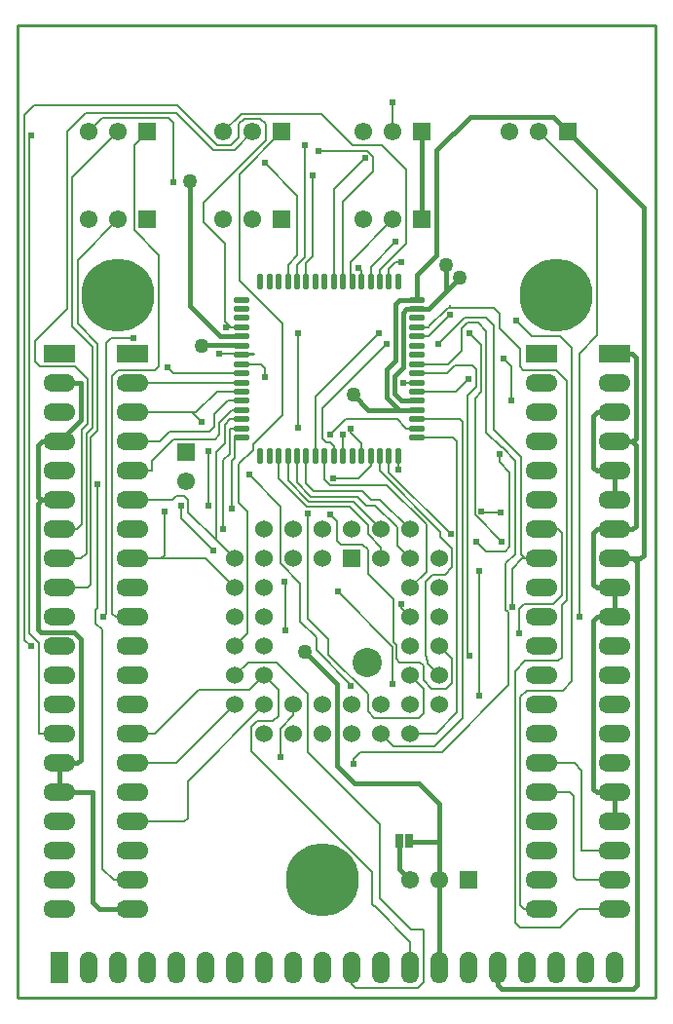
<source format=gtl>
G04 Layer_Physical_Order=1*
G04 Layer_Color=255*
%FSLAX25Y25*%
%MOIN*%
G70*
G01*
G75*
%ADD10O,0.02165X0.05709*%
%ADD11O,0.05709X0.02165*%
%ADD12R,0.02500X0.05000*%
%ADD13C,0.00700*%
%ADD14C,0.01600*%
%ADD15C,0.01000*%
%ADD16R,0.06102X0.06102*%
%ADD17C,0.06102*%
%ADD18R,0.06102X0.06102*%
%ADD19C,0.06000*%
%ADD20R,0.06000X0.06000*%
%ADD21O,0.11000X0.06000*%
%ADD22R,0.11000X0.06000*%
%ADD23C,0.25000*%
%ADD24O,0.06000X0.11000*%
%ADD25R,0.06000X0.11000*%
%ADD26C,0.02400*%
%ADD27C,0.05000*%
%ADD28C,0.10000*%
D10*
X405906Y394882D02*
D03*
X402756D02*
D03*
X399606D02*
D03*
X396457D02*
D03*
X393307D02*
D03*
X390157D02*
D03*
X387008D02*
D03*
X383858D02*
D03*
X380709D02*
D03*
X377559D02*
D03*
X374409D02*
D03*
X371260D02*
D03*
X368110D02*
D03*
X364961D02*
D03*
X361811D02*
D03*
X358661D02*
D03*
Y335039D02*
D03*
X361811D02*
D03*
X364961D02*
D03*
X368110D02*
D03*
X371260D02*
D03*
X374409D02*
D03*
X377559D02*
D03*
X380709D02*
D03*
X383858D02*
D03*
X387008D02*
D03*
X390157D02*
D03*
X393307D02*
D03*
X396457D02*
D03*
X399606D02*
D03*
X402756D02*
D03*
X405906D02*
D03*
D11*
X352362Y388583D02*
D03*
Y385433D02*
D03*
Y382283D02*
D03*
Y379134D02*
D03*
Y375984D02*
D03*
Y372835D02*
D03*
Y369685D02*
D03*
Y366535D02*
D03*
Y363386D02*
D03*
Y360236D02*
D03*
Y357087D02*
D03*
Y353937D02*
D03*
Y350787D02*
D03*
Y347638D02*
D03*
Y344488D02*
D03*
Y341339D02*
D03*
X412205D02*
D03*
Y344488D02*
D03*
Y347638D02*
D03*
Y350787D02*
D03*
Y353937D02*
D03*
Y357087D02*
D03*
Y360236D02*
D03*
Y363386D02*
D03*
Y366535D02*
D03*
Y369685D02*
D03*
Y372835D02*
D03*
Y375984D02*
D03*
Y379134D02*
D03*
Y382283D02*
D03*
Y385433D02*
D03*
Y388583D02*
D03*
D12*
X406252Y203543D02*
D03*
X409496D02*
D03*
D13*
X374803Y279570D02*
X382000Y272374D01*
Y267213D02*
Y272374D01*
Y267213D02*
X395500Y253713D01*
Y247600D02*
Y253713D01*
X385200Y288650D02*
X403937Y269913D01*
X405237Y265663D02*
X406400Y264500D01*
X405237Y265663D02*
Y270451D01*
X404200Y271488D02*
X405237Y270451D01*
X404200Y271488D02*
Y286000D01*
X403937Y257087D02*
Y269913D01*
X366574Y292126D02*
X367323Y291377D01*
Y275590D02*
Y291377D01*
X342520Y302756D02*
Y302880D01*
X331643Y313757D02*
X342520Y302880D01*
X366574Y292126D02*
X366929D01*
X374803Y279570D02*
Y315354D01*
X365500Y298300D02*
X372400Y291400D01*
Y278550D02*
Y291400D01*
X304700Y193800D02*
Y275615D01*
X302400Y277915D02*
X304700Y275615D01*
X302400Y277915D02*
Y282321D01*
X303100Y283021D02*
Y325500D01*
X302400Y282321D02*
X303100Y283021D01*
X335400Y350000D02*
X338600Y346800D01*
X390551Y229921D02*
Y231451D01*
X393000Y233900D01*
X372400Y278550D02*
X377850Y273100D01*
Y268650D02*
Y273100D01*
Y268650D02*
X389982Y256518D01*
X387007Y335040D02*
Y342519D01*
Y335040D02*
X387008Y335039D01*
X389682Y343218D02*
Y344488D01*
Y343218D02*
X393307Y339593D01*
X387800Y347600D02*
X405588D01*
X382700Y342500D02*
X387800Y347600D01*
X405588D02*
X408700Y344488D01*
X392259Y327559D02*
X396457Y331757D01*
X383465Y327559D02*
X392259D01*
X371653Y344881D02*
Y377153D01*
X371700Y377200D01*
X444488Y353937D02*
Y365680D01*
X441900Y368268D02*
X444488Y365680D01*
X445900Y301566D02*
Y333519D01*
X441442Y337977D02*
X445900Y333519D01*
X441323Y337977D02*
X441442D01*
X436100Y343200D02*
X441323Y337977D01*
X440551Y333049D02*
Y335827D01*
Y333049D02*
X444100Y329500D01*
X438600Y344100D02*
X448000Y334700D01*
X444100Y303942D02*
Y329500D01*
X448000Y301350D02*
Y334700D01*
X432102Y354827D02*
X434350Y357075D01*
X432102Y314994D02*
X441191Y305906D01*
X434656Y315748D02*
X440945D01*
X434252Y316152D02*
X434656Y315748D01*
X432102Y314994D02*
Y354827D01*
X441191Y305906D02*
X441339D01*
X442658Y302500D02*
X444100Y303942D01*
X435795Y302500D02*
X442658D01*
X442732Y298398D02*
X445900Y301566D01*
X444882Y296532D02*
X448350Y300000D01*
X442732Y282574D02*
Y298398D01*
Y282574D02*
X443650Y281656D01*
Y256677D02*
Y281656D01*
X444882Y283465D02*
Y296532D01*
X448850Y284500D02*
X458800D01*
X447200Y282850D02*
X448850Y284500D01*
X447200Y274500D02*
Y282850D01*
X356250Y369685D02*
X356644Y370079D01*
X344488D02*
X356644D01*
X347100Y379134D02*
X348750D01*
X352362Y369685D02*
X356250D01*
X366142Y349142D02*
Y380458D01*
X356200Y339200D02*
X366142Y349142D01*
X351500Y395100D02*
X366142Y380458D01*
X358800Y366535D02*
X360236Y365099D01*
Y362205D02*
Y365099D01*
X324750Y300000D02*
X340000D01*
X334100Y315900D02*
X343602Y306398D01*
X335400Y350000D02*
X336754D01*
X315000D02*
X335400D01*
X448350Y300000D02*
X449350D01*
X346700Y381184D02*
X348750Y379134D01*
X352362Y366535D02*
X358800D01*
X433500Y253100D02*
Y295600D01*
X402756Y329494D02*
X423850Y308400D01*
X402756Y329494D02*
Y335039D01*
X304700Y193800D02*
X308500Y190000D01*
X315000D01*
X346100Y310000D02*
Y333742D01*
X348158Y335800D01*
Y344488D01*
X352362D01*
X343602Y306398D02*
X350000Y300000D01*
X343602Y306398D02*
Y336468D01*
X346458Y339324D01*
Y345744D01*
X348352Y347638D01*
X352362D01*
X315000Y330000D02*
X321500D01*
Y333500D01*
X328900Y340900D01*
X343158D01*
X344758Y342500D01*
Y346458D01*
X349087Y350787D01*
X352362D01*
X336754Y350000D02*
X343841Y357087D01*
X352362D01*
X340800Y318000D02*
Y336800D01*
X331643Y313757D02*
Y318000D01*
X406900Y283100D02*
Y284300D01*
X434350Y357075D02*
Y373050D01*
X430200Y377200D02*
X434350Y373050D01*
X377559Y355359D02*
X399400Y377200D01*
X377559Y335039D02*
Y355359D01*
X371260Y325955D02*
Y335039D01*
Y325955D02*
X376014Y321200D01*
X391883D01*
X394852Y318231D01*
X397921D01*
X405500Y310652D01*
Y304500D02*
Y310652D01*
Y304500D02*
X410000Y300000D01*
X368110Y326700D02*
Y335039D01*
Y326700D02*
X375310Y319500D01*
X390500D01*
X400000Y310000D01*
X364961Y327445D02*
Y335039D01*
Y327445D02*
X374706Y317700D01*
X389200D01*
X395500Y311400D01*
Y308348D02*
Y311400D01*
Y308348D02*
X400000Y303848D01*
Y300000D02*
Y303848D01*
X348750Y379134D02*
X352362D01*
X346700Y381184D02*
Y407800D01*
X339300Y415200D02*
X346700Y407800D01*
X339300Y415200D02*
Y421900D01*
X360600Y443200D01*
Y448650D01*
X358750Y450500D02*
X360600Y448650D01*
X353150Y450500D02*
X358750D01*
X351300Y448650D02*
X353150Y450500D01*
X351300Y444149D02*
Y448650D01*
X348651Y441500D02*
X351300Y444149D01*
X343849Y441500D02*
X348651D01*
X330349Y455000D02*
X343849Y441500D01*
X281300Y455000D02*
X330349D01*
X278050Y451750D02*
X281300Y455000D01*
X278050Y272250D02*
Y451750D01*
Y272250D02*
X280300Y270000D01*
X283000Y240000D02*
X290000D01*
X283000D02*
Y271100D01*
X279750Y274350D02*
X283000Y271100D01*
X279750Y274350D02*
Y444050D01*
X280300Y444600D01*
X373900Y403140D02*
Y441500D01*
X371260Y400500D02*
X373900Y403140D01*
X371260Y394882D02*
Y400500D01*
X290000Y300000D02*
X297300D01*
X299150Y301850D01*
Y342750D01*
X301150Y344750D01*
Y372413D01*
X294300Y379263D02*
X301150Y372413D01*
X294300Y379263D02*
Y430300D01*
X310000Y446000D01*
X390157Y394882D02*
Y396850D01*
X389500Y397507D02*
X390157Y396850D01*
X389500Y397507D02*
Y401500D01*
X404000Y416000D01*
X405906Y330400D02*
Y335039D01*
X468750Y200000D02*
X480000D01*
X468750D02*
Y227500D01*
X466250Y230000D02*
X468750Y227500D01*
X455000Y230000D02*
X466250D01*
X412205Y379134D02*
X416400D01*
X438700Y385900D02*
X440700Y383900D01*
Y378700D02*
Y383900D01*
Y378700D02*
X447500Y371900D01*
Y365650D02*
Y371900D01*
Y365650D02*
X448650Y364500D01*
X459900D01*
X463550Y360850D01*
Y285729D02*
Y360850D01*
X461900Y284079D02*
X463550Y285729D01*
X461900Y266250D02*
Y284079D01*
X460650Y265000D02*
X461900Y266250D01*
X449350Y265000D02*
X460650D01*
X445900Y261550D02*
X449350Y265000D01*
X445900Y175400D02*
Y261550D01*
Y175400D02*
X447500Y173800D01*
X461300D01*
X467500Y180000D01*
X480000D01*
X410000Y260000D02*
X414500Y255500D01*
Y247200D02*
Y255500D01*
X412800Y245500D02*
X414500Y247200D01*
X397600Y245500D02*
X412800D01*
X395500Y247600D02*
X397600Y245500D01*
X396457Y331757D02*
Y335039D01*
X429700Y267200D02*
X430300Y266600D01*
X429700Y267200D02*
Y355900D01*
X432650Y358850D01*
Y364800D01*
X431250Y366200D02*
X432650Y364800D01*
X425300Y366200D02*
X431250D01*
X422486Y363386D02*
X425300Y366200D01*
X412205Y363386D02*
X422486D01*
X412205Y366535D02*
X423000D01*
X427600Y371135D01*
Y378746D01*
X429554Y380700D01*
X433200D01*
X436100Y377800D01*
Y343200D02*
Y377800D01*
X399606Y330000D02*
Y335039D01*
Y330000D02*
X420378Y309229D01*
Y307379D02*
Y309229D01*
Y307379D02*
X424350Y303406D01*
Y296950D02*
Y303406D01*
X421800Y294400D02*
X424350Y296950D01*
X417550Y294400D02*
X421800D01*
X415400Y292250D02*
X417550Y294400D01*
X415400Y266700D02*
Y292250D01*
Y266700D02*
X415600Y266500D01*
X416050Y263950D01*
X420000Y260000D01*
Y270000D02*
X424350Y265650D01*
Y257450D02*
Y265650D01*
X422400Y255500D02*
X424350Y257450D01*
X417300Y255500D02*
X422400D01*
X414500Y258300D02*
X417300Y255500D01*
X414500Y258300D02*
Y263300D01*
X413300Y264500D02*
X414500Y263300D01*
X406400Y264500D02*
X413300D01*
X395500Y294700D02*
X404200Y286000D01*
X395500Y294700D02*
Y303050D01*
X393750Y304800D02*
X395500Y303050D01*
X386250Y304800D02*
X393750D01*
X385000Y306050D02*
X386250Y304800D01*
X385000Y306050D02*
Y312600D01*
X382600Y315000D02*
X385000Y312600D01*
X393307Y335039D02*
Y339593D01*
X365500Y232000D02*
Y241800D01*
X370000Y246300D01*
Y250000D01*
X449019Y180000D02*
X455000D01*
X447700Y181319D02*
X449019Y180000D01*
X447700Y181319D02*
Y252600D01*
X450000Y254900D01*
X462200D01*
X465300Y258000D01*
Y372100D01*
X461250Y376150D02*
X465300Y372100D01*
X451550Y376150D02*
X461250D01*
X446200Y381500D02*
X451550Y376150D01*
X407600Y360236D02*
X412205D01*
X315000Y300000D02*
X324750D01*
X326000Y301250D01*
Y316100D01*
X348800Y317100D02*
Y333300D01*
X350000Y334500D01*
Y341339D01*
X352362D01*
X347599Y353937D02*
X352362D01*
X343000Y349338D02*
X347599Y353937D01*
X343000Y344942D02*
Y349338D01*
X341416Y343358D02*
X343000Y344942D01*
X327658Y343358D02*
X341416D01*
X324300Y340000D02*
X327658Y343358D01*
X315000Y340000D02*
X324300D01*
X406900Y283100D02*
X410000Y280000D01*
X383858Y335039D02*
Y338542D01*
X382600Y339800D02*
X383858Y338542D01*
X381250Y339800D02*
X382600D01*
X379900Y341150D02*
X381250Y339800D01*
X379900Y341150D02*
Y351400D01*
X401900Y373400D01*
X419700D02*
X428700Y382400D01*
X436000D01*
X438600Y379800D01*
Y344100D02*
Y379800D01*
X448000Y301350D02*
X449350Y300000D01*
X455000D01*
X380709Y326991D02*
Y335039D01*
Y326991D02*
X382500Y325200D01*
X402002D01*
X415500Y311702D01*
Y295500D02*
Y311702D01*
X410000Y290000D02*
X415500Y295500D01*
X458800Y284500D02*
X461800Y287500D01*
Y308800D01*
X460600Y310000D02*
X461800Y308800D01*
X455000Y310000D02*
X460600D01*
X432495Y305800D02*
X435795Y302500D01*
X300000Y446000D02*
X304600Y450600D01*
X327400D01*
X328950Y449050D01*
Y428600D02*
Y449050D01*
X404900Y401400D02*
X407000D01*
X402756Y399256D02*
X404900Y401400D01*
X402756Y394882D02*
Y399256D01*
X399606Y394882D02*
Y398650D01*
X408600Y407643D01*
Y433082D01*
X400382Y441300D02*
X408600Y433082D01*
X390400Y441300D02*
X400382D01*
X379500Y452200D02*
X390400Y441300D01*
X352200Y452200D02*
X379500D01*
X346000Y446000D02*
X352200Y452200D01*
X360250Y435300D02*
X371300Y424250D01*
Y403600D02*
Y424250D01*
X368110Y400410D02*
X371300Y403600D01*
X368110Y394882D02*
Y400410D01*
X376500Y403291D02*
Y431000D01*
X374409Y401200D02*
X376500Y403291D01*
X374409Y394882D02*
Y401200D01*
X309350Y280000D02*
X315000D01*
X308100Y281250D02*
X309350Y280000D01*
X308100Y281250D02*
Y362500D01*
X310100Y364500D01*
X322600D01*
X324000Y365900D01*
Y403800D01*
X315500Y412300D02*
X324000Y403800D01*
X315500Y412300D02*
Y441500D01*
X320000Y446000D01*
X350000Y270000D02*
X354400Y274400D01*
Y316100D01*
X351300Y319200D02*
X354400Y316100D01*
X351300Y319200D02*
Y332300D01*
X356200Y337200D01*
Y339200D01*
X351500Y395100D02*
Y431500D01*
X366000Y446000D01*
X290000Y310000D02*
X295800D01*
X297450Y311650D01*
Y344165D01*
X299450Y346165D01*
Y361400D01*
X295250Y365600D02*
X299450Y361400D01*
X283350Y365600D02*
X295250D01*
X281450Y367500D02*
X283350Y365600D01*
X281450Y367500D02*
Y374350D01*
X292600Y385500D01*
Y446200D01*
X298900Y452500D01*
X329900D01*
X342600Y439800D01*
X349800D01*
X356000Y446000D01*
X412205Y375984D02*
X416134D01*
X423450Y383300D01*
X387008Y394882D02*
Y422008D01*
X397300Y432300D01*
Y437500D01*
X395227Y439573D02*
X397300Y437500D01*
X378673Y439573D02*
X395227D01*
X396457Y399757D02*
X405100Y408400D01*
X396457Y394882D02*
Y399757D01*
X392200Y399400D02*
X393307Y398293D01*
Y394882D02*
Y398293D01*
X290000Y290000D02*
X299450D01*
X300700Y291250D01*
Y341550D01*
X302900Y343750D01*
Y373544D01*
X296150Y380294D02*
X302900Y373544D01*
X296150Y380294D02*
Y402150D01*
X310000Y416000D01*
X412205Y341339D02*
X424761D01*
X426100Y340000D01*
Y247300D02*
Y340000D01*
X418800Y240000D02*
X426100Y247300D01*
X410000Y240000D02*
X418800D01*
X455000Y220000D02*
X464550D01*
X465800Y218750D01*
Y191250D02*
Y218750D01*
Y191250D02*
X467050Y190000D01*
X480000D01*
X350000Y260000D02*
X354500Y264500D01*
X364300D01*
X375000Y253800D01*
Y233801D02*
Y253800D01*
X412500Y153100D02*
X414500Y155100D01*
X391250Y153100D02*
X412500D01*
X390000Y154350D02*
X391250Y153100D01*
X390000Y154350D02*
Y160000D01*
X355600Y234000D02*
Y242450D01*
X357550Y244400D01*
X363030D01*
X364880Y246250D01*
Y255120D01*
X360000Y260000D02*
X364880Y255120D01*
X412205Y357087D02*
X425619D01*
X430100Y361568D01*
X427900Y245420D02*
Y346838D01*
X427100Y347638D02*
X427900Y346838D01*
X412205Y347638D02*
X427100D01*
X408700Y344488D02*
X412205D01*
X354800Y328600D02*
X365500Y317900D01*
Y298300D02*
Y317900D01*
X315000Y210000D02*
X332550D01*
X333800Y211250D01*
Y223800D01*
X360000Y250000D01*
X383858Y426358D02*
X394450Y436950D01*
X383858Y394882D02*
Y426358D01*
X340000Y300000D02*
X350000Y290000D01*
X315000Y320000D02*
X328638D01*
X330000Y321362D01*
X332738D01*
X334100Y320000D01*
Y315900D02*
Y320000D01*
X333836Y360236D02*
X352362D01*
X333600Y360000D02*
X333836Y360236D01*
X315000Y360000D02*
X333600D01*
X328814Y363386D02*
X352362D01*
X326900Y365300D02*
X328814Y363386D01*
X374409Y325741D02*
Y335039D01*
Y325741D02*
X376906Y323244D01*
X393758D01*
X396756Y320247D01*
X399753D01*
X410000Y310000D01*
X404000Y446000D02*
Y456000D01*
X454000Y446000D02*
X473900Y426100D01*
Y376300D02*
Y426100D01*
X467800Y370200D02*
X473900Y376300D01*
X467800Y280000D02*
Y370200D01*
X307500Y375300D02*
X315300D01*
X306000Y373800D02*
X307500Y375300D01*
X306000Y281200D02*
Y373800D01*
X304800Y280000D02*
X306000Y281200D01*
X315000Y240000D02*
X322500D01*
X337500Y255000D01*
X355000D01*
X360000Y260000D01*
X315000Y230000D02*
X330000D01*
X350000Y250000D01*
X416400Y379134D02*
Y379291D01*
X422559Y385450D02*
X422716D01*
X423622Y386356D02*
Y386614D01*
X416400Y379291D02*
X422559Y385450D01*
X422716D02*
X423166Y385900D01*
X423622Y386356D01*
X423166Y385900D02*
X438700D01*
X393000Y233900D02*
X420873D01*
X443650Y256677D01*
X400000Y240000D02*
X404350Y235650D01*
X418130D01*
X427900Y245420D01*
X397795Y181102D02*
X410000Y168898D01*
X397638Y181102D02*
X397795D01*
X396965Y181775D02*
X397638Y181102D01*
X396965Y181775D02*
Y192635D01*
X410000Y160000D02*
Y168898D01*
X355600Y234000D02*
X396965Y192635D01*
X410236Y173228D02*
X414500D01*
X399606Y183858D02*
X410236Y173228D01*
X399606Y183858D02*
Y209195D01*
X414500Y155100D02*
Y173228D01*
X375000Y233801D02*
X399606Y209195D01*
D14*
X301250Y182500D02*
Y220000D01*
Y182500D02*
X303750Y180000D01*
X374000Y268000D02*
X384900Y257100D01*
X338891Y373079D02*
X352118D01*
X352362Y372835D01*
X338646D02*
X338891Y373079D01*
X334700Y386284D02*
X345000Y375984D01*
X486250Y300000D02*
X488650D01*
X480000D02*
X486250D01*
X395763Y350787D02*
X406250D01*
X422400Y391550D02*
X426825Y395975D01*
X283950Y320000D02*
X290000D01*
X283750D02*
X283950D01*
X420000Y160000D02*
Y190000D01*
X334700Y386284D02*
Y429250D01*
X345000Y375984D02*
X352362D01*
X290000Y340000D02*
X297300Y347300D01*
Y360000D01*
X290000D02*
X297300D01*
X464000Y446000D02*
X489900Y420100D01*
Y301250D02*
Y420100D01*
X488650Y300000D02*
X489900Y301250D01*
X406250Y388583D02*
X412205D01*
X404900Y387233D02*
X406250Y388583D01*
X404900Y367878D02*
Y387233D01*
X401900Y364878D02*
X404900Y367878D01*
X401900Y355137D02*
Y364878D01*
Y355137D02*
X406250Y350787D01*
X412205D01*
Y388583D02*
X412300D01*
Y397100D01*
X419100Y403900D01*
Y439600D01*
X430500Y451000D01*
X459000D01*
X464000Y446000D01*
X282500Y318750D02*
X283750Y320000D01*
X282500Y275850D02*
Y318750D01*
Y275850D02*
X283450Y274900D01*
X294900D01*
X297300Y272500D01*
Y231250D02*
Y272500D01*
X296050Y230000D02*
X297300Y231250D01*
X290000Y230000D02*
X296050D01*
X303750Y180000D02*
X315000D01*
X290000Y220000D02*
X301250D01*
X440000Y153950D02*
Y160000D01*
Y153950D02*
X441250Y152700D01*
X486250D01*
X487500Y153950D01*
Y298750D01*
X486250Y300000D02*
X487500Y298750D01*
X390550Y356000D02*
X395763Y350787D01*
X480000Y340000D02*
X486050D01*
X487300Y341250D01*
Y368750D01*
X486050Y370000D02*
X487300Y368750D01*
X480000Y370000D02*
X486050D01*
Y340000D02*
X487300Y338750D01*
Y311250D02*
Y338750D01*
X486050Y310000D02*
X487300Y311250D01*
X480000Y310000D02*
X486050D01*
X473950D02*
X480000D01*
X472700Y308750D02*
X473950Y310000D01*
X472700Y291250D02*
Y308750D01*
Y291250D02*
X473950Y290000D01*
X480000D01*
Y280000D02*
Y290000D01*
X473950Y280000D02*
X480000D01*
X472700Y278750D02*
X473950Y280000D01*
X472700Y221250D02*
Y278750D01*
Y221250D02*
X473950Y220000D01*
X480000D01*
Y210000D02*
Y220000D01*
X283950Y340000D02*
X290000D01*
X282700Y338750D02*
X283950Y340000D01*
X282700Y321250D02*
Y338750D01*
Y321250D02*
X283950Y320000D01*
X414000Y416000D02*
Y446000D01*
X406941Y353937D02*
X412205D01*
X404550Y356328D02*
X406941Y353937D01*
X404550Y356328D02*
Y362328D01*
X407500Y365278D01*
Y384183D01*
X408750Y385433D01*
X412205D01*
X416283D01*
X422400Y391550D01*
Y400400D01*
X290000Y220000D02*
Y230000D01*
X473950Y350000D02*
X480000D01*
X472700Y348750D02*
X473950Y350000D01*
X472700Y331250D02*
Y348750D01*
Y331250D02*
X473950Y330000D01*
X480000D01*
Y320000D02*
Y330000D01*
X384900Y229125D02*
Y257100D01*
X412992Y223228D02*
X420000Y216220D01*
X390797Y223228D02*
X412992D01*
X384900Y229125D02*
X390797Y223228D01*
X409889Y203150D02*
X420000D01*
X409496Y203543D02*
X409889Y203150D01*
X420000Y190000D02*
Y203150D01*
Y216220D01*
X406252Y193748D02*
Y203543D01*
Y193748D02*
X410000Y190000D01*
D15*
X275591Y482283D02*
X277559D01*
X275591Y149606D02*
Y482283D01*
Y149606D02*
X494094D01*
Y482283D01*
X277559D02*
X494094D01*
D16*
X333300Y336300D02*
D03*
D17*
Y326300D02*
D03*
X410000Y190000D02*
D03*
X420000D02*
D03*
X394000Y416000D02*
D03*
X404000D02*
D03*
X300000D02*
D03*
X310000D02*
D03*
X346000D02*
D03*
X356000D02*
D03*
X300000Y446000D02*
D03*
X310000D02*
D03*
X346000D02*
D03*
X356000D02*
D03*
X404000D02*
D03*
X394000D02*
D03*
X454000D02*
D03*
X444000D02*
D03*
D18*
X430000Y190000D02*
D03*
X414000Y416000D02*
D03*
X320000D02*
D03*
X366000D02*
D03*
X320000Y446000D02*
D03*
X366000D02*
D03*
X414000D02*
D03*
X464000D02*
D03*
D19*
X410000Y250000D02*
D03*
X420000D02*
D03*
Y260000D02*
D03*
Y270000D02*
D03*
Y280000D02*
D03*
Y290000D02*
D03*
Y300000D02*
D03*
X360000D02*
D03*
X410000Y240000D02*
D03*
Y260000D02*
D03*
Y270000D02*
D03*
Y280000D02*
D03*
Y290000D02*
D03*
X350000Y300000D02*
D03*
X400000Y240000D02*
D03*
Y250000D02*
D03*
Y300000D02*
D03*
X360000Y310000D02*
D03*
X390000Y240000D02*
D03*
Y250000D02*
D03*
Y310000D02*
D03*
X400000D02*
D03*
X380000Y240000D02*
D03*
Y250000D02*
D03*
X410000Y300000D02*
D03*
X370000Y310000D02*
D03*
Y240000D02*
D03*
Y250000D02*
D03*
Y300000D02*
D03*
X380000D02*
D03*
X360000Y240000D02*
D03*
Y260000D02*
D03*
Y270000D02*
D03*
Y280000D02*
D03*
Y290000D02*
D03*
X380000Y310000D02*
D03*
X360000Y250000D02*
D03*
X350000D02*
D03*
Y260000D02*
D03*
Y270000D02*
D03*
Y280000D02*
D03*
Y290000D02*
D03*
X410000Y310000D02*
D03*
D20*
X390000Y300000D02*
D03*
D21*
X315000Y180000D02*
D03*
Y190000D02*
D03*
Y200000D02*
D03*
Y210000D02*
D03*
Y220000D02*
D03*
Y230000D02*
D03*
Y240000D02*
D03*
Y250000D02*
D03*
Y260000D02*
D03*
Y270000D02*
D03*
Y280000D02*
D03*
Y290000D02*
D03*
Y300000D02*
D03*
Y310000D02*
D03*
Y320000D02*
D03*
Y330000D02*
D03*
Y340000D02*
D03*
Y350000D02*
D03*
Y360000D02*
D03*
X455000Y180000D02*
D03*
Y190000D02*
D03*
Y200000D02*
D03*
Y210000D02*
D03*
Y220000D02*
D03*
Y230000D02*
D03*
Y240000D02*
D03*
Y250000D02*
D03*
Y260000D02*
D03*
Y270000D02*
D03*
Y280000D02*
D03*
Y290000D02*
D03*
Y300000D02*
D03*
Y310000D02*
D03*
Y320000D02*
D03*
Y330000D02*
D03*
Y340000D02*
D03*
Y350000D02*
D03*
Y360000D02*
D03*
X480000Y180000D02*
D03*
Y190000D02*
D03*
Y200000D02*
D03*
Y210000D02*
D03*
Y220000D02*
D03*
Y230000D02*
D03*
Y240000D02*
D03*
Y250000D02*
D03*
Y260000D02*
D03*
Y270000D02*
D03*
Y280000D02*
D03*
Y290000D02*
D03*
Y300000D02*
D03*
Y310000D02*
D03*
Y320000D02*
D03*
Y330000D02*
D03*
Y340000D02*
D03*
Y350000D02*
D03*
Y360000D02*
D03*
X290000Y180000D02*
D03*
Y190000D02*
D03*
Y200000D02*
D03*
Y210000D02*
D03*
Y220000D02*
D03*
Y230000D02*
D03*
Y240000D02*
D03*
Y250000D02*
D03*
Y260000D02*
D03*
Y270000D02*
D03*
Y280000D02*
D03*
Y290000D02*
D03*
Y300000D02*
D03*
Y310000D02*
D03*
Y320000D02*
D03*
Y330000D02*
D03*
Y340000D02*
D03*
Y350000D02*
D03*
Y360000D02*
D03*
D22*
X315000Y370000D02*
D03*
X455000D02*
D03*
X480000D02*
D03*
X290000D02*
D03*
D23*
X460000Y390000D02*
D03*
X310000D02*
D03*
X380000Y190000D02*
D03*
D24*
X480000Y160000D02*
D03*
X470000D02*
D03*
X460000D02*
D03*
X450000D02*
D03*
X440000D02*
D03*
X430000D02*
D03*
X420000D02*
D03*
X410000D02*
D03*
X400000D02*
D03*
X390000D02*
D03*
X380000D02*
D03*
X370000D02*
D03*
X360000D02*
D03*
X350000D02*
D03*
X340000D02*
D03*
X330000D02*
D03*
X320000D02*
D03*
X310000D02*
D03*
X300000D02*
D03*
D25*
X290000D02*
D03*
D26*
X403937Y257087D02*
D03*
X367323Y275590D02*
D03*
X342520Y302756D02*
D03*
X366929Y292126D02*
D03*
X374803Y315354D02*
D03*
X338600Y346800D02*
D03*
X390551Y229921D02*
D03*
X389764Y256299D02*
D03*
X387007Y342519D02*
D03*
X389682Y344488D02*
D03*
X383465Y327559D02*
D03*
X371653Y344881D02*
D03*
X382700Y342500D02*
D03*
X444488Y353937D02*
D03*
X440551Y335827D02*
D03*
X434252Y316152D02*
D03*
X440945Y315748D02*
D03*
X441339Y305906D02*
D03*
X444882Y283465D02*
D03*
X344488Y370079D02*
D03*
X347100Y379134D02*
D03*
X360236Y362205D02*
D03*
X433500Y253100D02*
D03*
Y295600D02*
D03*
X423850Y308400D02*
D03*
X303100Y325500D02*
D03*
X346100Y310000D02*
D03*
X340800Y336800D02*
D03*
Y318000D02*
D03*
X331643D02*
D03*
X406900Y284300D02*
D03*
X430200Y377200D02*
D03*
X399400D02*
D03*
X280300Y270000D02*
D03*
Y444600D02*
D03*
X373900Y441500D02*
D03*
X385200Y288650D02*
D03*
X405906Y330400D02*
D03*
X430300Y266600D02*
D03*
X382600Y315000D02*
D03*
X365500Y232000D02*
D03*
X446200Y381500D02*
D03*
X407600Y360236D02*
D03*
X326000Y316100D02*
D03*
X348800Y317100D02*
D03*
X371700Y377200D02*
D03*
X401900Y373400D02*
D03*
X419700D02*
D03*
X447200Y274500D02*
D03*
X432495Y305800D02*
D03*
X328950Y428600D02*
D03*
X407000Y401400D02*
D03*
X360250Y435300D02*
D03*
X376500Y431000D02*
D03*
X423450Y383300D02*
D03*
X378673Y439573D02*
D03*
X405100Y408400D02*
D03*
X392200Y399400D02*
D03*
X430100Y361568D02*
D03*
X354800Y328600D02*
D03*
X394450Y436950D02*
D03*
X326900Y365300D02*
D03*
X441900Y368268D02*
D03*
X404000Y456000D02*
D03*
X467800Y280000D02*
D03*
X315300Y375300D02*
D03*
X304800Y280000D02*
D03*
D27*
X338646Y372835D02*
D03*
X334700Y429250D02*
D03*
X374000Y268000D02*
D03*
X426825Y395975D02*
D03*
X390550Y356000D02*
D03*
X422400Y400400D02*
D03*
D28*
X395276Y264567D02*
D03*
M02*

</source>
